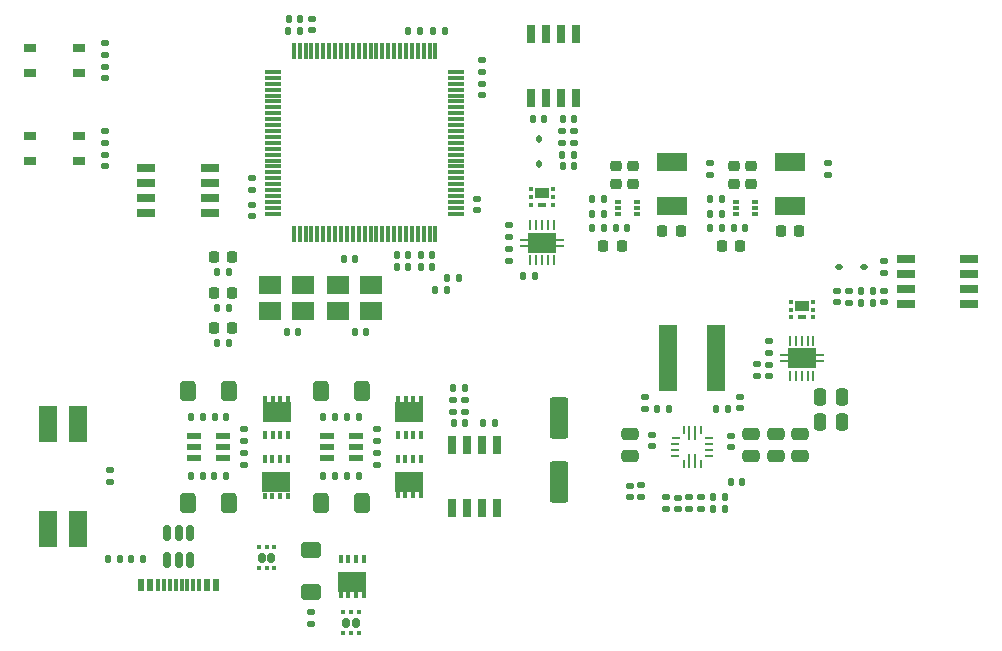
<source format=gbr>
%TF.GenerationSoftware,KiCad,Pcbnew,7.0.1*%
%TF.CreationDate,2023-07-17T00:50:59+01:00*%
%TF.ProjectId,Power Board,506f7765-7220-4426-9f61-72642e6b6963,rev?*%
%TF.SameCoordinates,Original*%
%TF.FileFunction,Paste,Top*%
%TF.FilePolarity,Positive*%
%FSLAX46Y46*%
G04 Gerber Fmt 4.6, Leading zero omitted, Abs format (unit mm)*
G04 Created by KiCad (PCBNEW 7.0.1) date 2023-07-17 00:50:59*
%MOMM*%
%LPD*%
G01*
G04 APERTURE LIST*
G04 Aperture macros list*
%AMRoundRect*
0 Rectangle with rounded corners*
0 $1 Rounding radius*
0 $2 $3 $4 $5 $6 $7 $8 $9 X,Y pos of 4 corners*
0 Add a 4 corners polygon primitive as box body*
4,1,4,$2,$3,$4,$5,$6,$7,$8,$9,$2,$3,0*
0 Add four circle primitives for the rounded corners*
1,1,$1+$1,$2,$3*
1,1,$1+$1,$4,$5*
1,1,$1+$1,$6,$7*
1,1,$1+$1,$8,$9*
0 Add four rect primitives between the rounded corners*
20,1,$1+$1,$2,$3,$4,$5,0*
20,1,$1+$1,$4,$5,$6,$7,0*
20,1,$1+$1,$6,$7,$8,$9,0*
20,1,$1+$1,$8,$9,$2,$3,0*%
%AMFreePoly0*
4,1,21,-0.140000,1.193800,0.140000,1.193800,0.140000,1.893800,0.360000,1.893800,0.360000,1.193800,0.825500,1.193800,0.825500,-1.193800,0.360000,-1.194200,0.360000,-1.894200,0.140000,-1.894200,0.140000,-1.194200,-0.140000,-1.194200,-0.140000,-1.894200,-0.360000,-1.894200,-0.360000,-1.194200,-0.825500,-1.193800,-0.825500,1.193800,-0.360000,1.193800,-0.360000,1.893800,-0.140000,1.893800,
-0.140000,1.193800,-0.140000,1.193800,$1*%
G04 Aperture macros list end*
%ADD10R,1.200000X0.600000*%
%ADD11RoundRect,0.135000X0.135000X0.185000X-0.135000X0.185000X-0.135000X-0.185000X0.135000X-0.185000X0*%
%ADD12R,0.425000X0.400000*%
%ADD13R,1.150000X0.950000*%
%ADD14R,0.750000X0.300000*%
%ADD15RoundRect,0.135000X0.185000X-0.135000X0.185000X0.135000X-0.185000X0.135000X-0.185000X-0.135000X0*%
%ADD16RoundRect,0.140000X-0.140000X-0.170000X0.140000X-0.170000X0.140000X0.170000X-0.140000X0.170000X0*%
%ADD17RoundRect,0.225000X-0.250000X0.225000X-0.250000X-0.225000X0.250000X-0.225000X0.250000X0.225000X0*%
%ADD18RoundRect,0.140000X-0.170000X0.140000X-0.170000X-0.140000X0.170000X-0.140000X0.170000X0.140000X0*%
%ADD19RoundRect,0.250000X-0.475000X0.250000X-0.475000X-0.250000X0.475000X-0.250000X0.475000X0.250000X0*%
%ADD20R,1.950000X1.650000*%
%ADD21RoundRect,0.250000X-0.600000X0.400000X-0.600000X-0.400000X0.600000X-0.400000X0.600000X0.400000X0*%
%ADD22RoundRect,0.250000X-0.250000X-0.475000X0.250000X-0.475000X0.250000X0.475000X-0.250000X0.475000X0*%
%ADD23RoundRect,0.140000X0.140000X0.170000X-0.140000X0.170000X-0.140000X-0.170000X0.140000X-0.170000X0*%
%ADD24RoundRect,0.218750X-0.218750X-0.256250X0.218750X-0.256250X0.218750X0.256250X-0.218750X0.256250X0*%
%ADD25RoundRect,0.135000X-0.135000X-0.185000X0.135000X-0.185000X0.135000X0.185000X-0.135000X0.185000X0*%
%ADD26RoundRect,0.160000X0.160000X-0.245000X0.160000X0.245000X-0.160000X0.245000X-0.160000X-0.245000X0*%
%ADD27RoundRect,0.093750X0.106250X-0.093750X0.106250X0.093750X-0.106250X0.093750X-0.106250X-0.093750X0*%
%ADD28R,1.600000X3.100000*%
%ADD29R,2.500000X1.500000*%
%ADD30RoundRect,0.135000X-0.185000X0.135000X-0.185000X-0.135000X0.185000X-0.135000X0.185000X0.135000X0*%
%ADD31R,0.420000X0.700000*%
%ADD32R,0.420000X0.540000*%
%ADD33R,2.370000X1.710000*%
%ADD34RoundRect,0.140000X0.170000X-0.140000X0.170000X0.140000X-0.170000X0.140000X-0.170000X-0.140000X0*%
%ADD35RoundRect,0.225000X0.225000X0.250000X-0.225000X0.250000X-0.225000X-0.250000X0.225000X-0.250000X0*%
%ADD36R,0.279400X0.838200*%
%ADD37FreePoly0,90.000000*%
%ADD38R,1.050000X0.650000*%
%ADD39R,0.650000X1.500000*%
%ADD40R,1.500000X0.650000*%
%ADD41RoundRect,0.150000X-0.150000X0.512500X-0.150000X-0.512500X0.150000X-0.512500X0.150000X0.512500X0*%
%ADD42RoundRect,0.250000X-0.550000X1.500000X-0.550000X-1.500000X0.550000X-1.500000X0.550000X1.500000X0*%
%ADD43R,0.475000X0.300000*%
%ADD44R,0.300000X1.475000*%
%ADD45R,1.475000X0.300000*%
%ADD46R,1.550000X5.600000*%
%ADD47R,0.600000X1.140000*%
%ADD48R,0.300000X1.140000*%
%ADD49RoundRect,0.250000X0.400000X0.600000X-0.400000X0.600000X-0.400000X-0.600000X0.400000X-0.600000X0*%
%ADD50RoundRect,0.112500X0.112500X-0.187500X0.112500X0.187500X-0.112500X0.187500X-0.112500X-0.187500X0*%
%ADD51R,0.800000X0.250000*%
%ADD52R,0.700000X0.250000*%
%ADD53R,0.250000X0.700000*%
%ADD54R,0.250000X1.200000*%
%ADD55RoundRect,0.112500X-0.187500X-0.112500X0.187500X-0.112500X0.187500X0.112500X-0.187500X0.112500X0*%
G04 APERTURE END LIST*
D10*
%TO.C,IC208*%
X125525000Y-113050000D03*
X125525000Y-114000000D03*
X125525000Y-114950000D03*
X128025000Y-114950000D03*
X128025000Y-114000000D03*
X128025000Y-113050000D03*
%TD*%
D11*
%TO.C,R312*%
X121260000Y-123500000D03*
X120240000Y-123500000D03*
%TD*%
D12*
%TO.C,Q207*%
X176062001Y-101724999D03*
X176062001Y-102374999D03*
X176062001Y-103024999D03*
X177938001Y-103024999D03*
X177938001Y-102374999D03*
X177938001Y-101724999D03*
D13*
X177000001Y-102049999D03*
D14*
X177000001Y-103024999D03*
%TD*%
D15*
%TO.C,R302*%
X118000000Y-88250000D03*
X118000000Y-87230000D03*
%TD*%
D16*
%TO.C,C308*%
X144750000Y-98750000D03*
X145710000Y-98750000D03*
%TD*%
D17*
%TO.C,C228*%
X171250000Y-90225000D03*
X171250000Y-91775000D03*
%TD*%
D18*
%TO.C,C212*%
X166500000Y-118290000D03*
X166500000Y-119250000D03*
%TD*%
D19*
%TO.C,C227*%
X176900000Y-112900000D03*
X176900000Y-114800000D03*
%TD*%
D20*
%TO.C,X302*%
X132025000Y-102500000D03*
X134775000Y-102500000D03*
X134775000Y-100300000D03*
X132025000Y-100300000D03*
%TD*%
D21*
%TO.C,D205*%
X135500000Y-122750000D03*
X135500000Y-126250000D03*
%TD*%
D22*
%TO.C,C222*%
X178550000Y-109800000D03*
X180450000Y-109800000D03*
%TD*%
D23*
%TO.C,C313*%
X139210000Y-98100000D03*
X138250000Y-98100000D03*
%TD*%
%TO.C,C219*%
X170230000Y-93000000D03*
X169270000Y-93000000D03*
%TD*%
D24*
%TO.C,D206*%
X165212500Y-95750000D03*
X166787500Y-95750000D03*
%TD*%
D25*
%TO.C,R237*%
X156740000Y-89250000D03*
X157760000Y-89250000D03*
%TD*%
D16*
%TO.C,C205*%
X147545000Y-112000000D03*
X148505000Y-112000000D03*
%TD*%
D15*
%TO.C,R211*%
X141025000Y-115510000D03*
X141025000Y-114490000D03*
%TD*%
D24*
%TO.C,D301*%
X127212500Y-100950000D03*
X128787500Y-100950000D03*
%TD*%
D26*
%TO.C,U203*%
X138450000Y-128887500D03*
X139250000Y-128887500D03*
D27*
X138200000Y-129775000D03*
X138850000Y-129775000D03*
X139500000Y-129775000D03*
X139500000Y-128000000D03*
X138850000Y-128000000D03*
X138200000Y-128000000D03*
%TD*%
D28*
%TO.C,SW301*%
X113230000Y-120945000D03*
X115770000Y-120945000D03*
X115770000Y-112055000D03*
X113230000Y-112055000D03*
%TD*%
D11*
%TO.C,R309*%
X128510000Y-105200000D03*
X127490000Y-105200000D03*
%TD*%
D29*
%TO.C,L202*%
X176000000Y-93600000D03*
X176000000Y-89900000D03*
%TD*%
D25*
%TO.C,R225*%
X169220000Y-95500000D03*
X170240000Y-95500000D03*
%TD*%
D30*
%TO.C,R202*%
X181000000Y-100764999D03*
X181000000Y-101784999D03*
%TD*%
D31*
%TO.C,Q202*%
X133500000Y-115045000D03*
X132850000Y-115045000D03*
X132200000Y-115045000D03*
X131550000Y-115045000D03*
D32*
X131550000Y-118125000D03*
X132200000Y-118125000D03*
X132850000Y-118125000D03*
X133500000Y-118125000D03*
D33*
X132525000Y-117000000D03*
%TD*%
D30*
%TO.C,R213*%
X147525000Y-109990000D03*
X147525000Y-111010000D03*
%TD*%
D23*
%TO.C,C215*%
X172230000Y-95500000D03*
X171270000Y-95500000D03*
%TD*%
D19*
%TO.C,C223*%
X172700000Y-112890000D03*
X172700000Y-114790000D03*
%TD*%
D34*
%TO.C,C201*%
X184000000Y-101754999D03*
X184000000Y-100794999D03*
%TD*%
D15*
%TO.C,R217*%
X163440000Y-118260000D03*
X163440000Y-117240000D03*
%TD*%
D16*
%TO.C,C231*%
X127295000Y-111500000D03*
X128255000Y-111500000D03*
%TD*%
D11*
%TO.C,R231*%
X126285000Y-116500000D03*
X125265000Y-116500000D03*
%TD*%
D15*
%TO.C,R216*%
X165500000Y-119280000D03*
X165500000Y-118260000D03*
%TD*%
D34*
%TO.C,C218*%
X171750000Y-110730000D03*
X171750000Y-109770000D03*
%TD*%
D35*
%TO.C,C214*%
X161775000Y-97000000D03*
X160225000Y-97000000D03*
%TD*%
D16*
%TO.C,C206*%
X150045000Y-112000000D03*
X151005000Y-112000000D03*
%TD*%
D30*
%TO.C,R212*%
X174250001Y-105014999D03*
X174250001Y-106034999D03*
%TD*%
D26*
%TO.C,U303*%
X131300000Y-123387500D03*
X132100000Y-123387500D03*
D27*
X131050000Y-124275000D03*
X131700000Y-124275000D03*
X132350000Y-124275000D03*
X132350000Y-122500000D03*
X131700000Y-122500000D03*
X131050000Y-122500000D03*
%TD*%
D17*
%TO.C,C224*%
X172750000Y-90225000D03*
X172750000Y-91775000D03*
%TD*%
D11*
%TO.C,R305*%
X146810000Y-78750000D03*
X145790000Y-78750000D03*
%TD*%
D36*
%TO.C,U202*%
X175999999Y-107975001D03*
X176500001Y-107975001D03*
X177000000Y-107975001D03*
X177499999Y-107975001D03*
X178000001Y-107975001D03*
X178000001Y-105024999D03*
X177499999Y-105024999D03*
X177000000Y-105024999D03*
X176500001Y-105024999D03*
X175999999Y-105024999D03*
D37*
X176993800Y-106500000D03*
%TD*%
D38*
%TO.C,S302*%
X111675000Y-80195000D03*
X115825000Y-80195000D03*
X111675000Y-82345000D03*
X115825000Y-82345000D03*
%TD*%
D35*
%TO.C,C213*%
X171775000Y-97000000D03*
X170225000Y-97000000D03*
%TD*%
D16*
%TO.C,C203*%
X138545000Y-111500000D03*
X139505000Y-111500000D03*
%TD*%
D25*
%TO.C,R201*%
X181990000Y-101774999D03*
X183010000Y-101774999D03*
%TD*%
D39*
%TO.C,IC204*%
X147370000Y-119200000D03*
X148640000Y-119200000D03*
X149910000Y-119200000D03*
X151180000Y-119200000D03*
X151180000Y-113800000D03*
X149910000Y-113800000D03*
X148640000Y-113800000D03*
X147370000Y-113800000D03*
%TD*%
D16*
%TO.C,C307*%
X144750000Y-97750000D03*
X145710000Y-97750000D03*
%TD*%
D34*
%TO.C,C204*%
X152187999Y-98230000D03*
X152187999Y-97270000D03*
%TD*%
D40*
%TO.C,IC302*%
X126900000Y-94205000D03*
X126900000Y-92935000D03*
X126900000Y-91665000D03*
X126900000Y-90395000D03*
X121500000Y-90395000D03*
X121500000Y-91665000D03*
X121500000Y-92935000D03*
X121500000Y-94205000D03*
%TD*%
D30*
%TO.C,R229*%
X169250000Y-89990000D03*
X169250000Y-91010000D03*
%TD*%
D25*
%TO.C,R311*%
X147011254Y-99710937D03*
X148031254Y-99710937D03*
%TD*%
D15*
%TO.C,R235*%
X129775000Y-115510000D03*
X129775000Y-114490000D03*
%TD*%
D18*
%TO.C,C311*%
X149900000Y-81270000D03*
X149900000Y-82230000D03*
%TD*%
D23*
%TO.C,C211*%
X171980000Y-117000000D03*
X171020000Y-117000000D03*
%TD*%
D25*
%TO.C,R232*%
X125265000Y-111500000D03*
X126285000Y-111500000D03*
%TD*%
D18*
%TO.C,C310*%
X149500000Y-93020000D03*
X149500000Y-93980000D03*
%TD*%
D30*
%TO.C,R228*%
X179250000Y-89990000D03*
X179250000Y-91010000D03*
%TD*%
D11*
%TO.C,R230*%
X139535000Y-116500000D03*
X138515000Y-116500000D03*
%TD*%
%TO.C,R204*%
X137535000Y-116500000D03*
X136515000Y-116500000D03*
%TD*%
D41*
%TO.C,U302*%
X125200000Y-121262500D03*
X124250000Y-121262500D03*
X123300000Y-121262500D03*
X123300000Y-123537500D03*
X124250000Y-123537500D03*
X125200000Y-123537500D03*
%TD*%
D18*
%TO.C,C304*%
X118000000Y-81790000D03*
X118000000Y-82750000D03*
%TD*%
D42*
%TO.C,C207*%
X156500000Y-111550000D03*
X156500000Y-116950000D03*
%TD*%
D43*
%TO.C,IC207*%
X163088000Y-94250000D03*
X163088000Y-93750000D03*
X163088000Y-93250000D03*
X161412000Y-93250000D03*
X161412000Y-93750000D03*
X161412000Y-94250000D03*
%TD*%
D34*
%TO.C,C309*%
X149900000Y-84230000D03*
X149900000Y-83270000D03*
%TD*%
D24*
%TO.C,D202*%
X175212500Y-95750000D03*
X176787500Y-95750000D03*
%TD*%
D44*
%TO.C,IC301*%
X134000000Y-95988000D03*
X134500000Y-95988000D03*
X135000000Y-95988000D03*
X135500000Y-95988000D03*
X136000000Y-95988000D03*
X136500000Y-95988000D03*
X137000000Y-95988000D03*
X137500000Y-95988000D03*
X138000000Y-95988000D03*
X138500000Y-95988000D03*
X139000000Y-95988000D03*
X139500000Y-95988000D03*
X140000000Y-95988000D03*
X140500000Y-95988000D03*
X141000000Y-95988000D03*
X141500000Y-95988000D03*
X142000000Y-95988000D03*
X142500000Y-95988000D03*
X143000000Y-95988000D03*
X143500000Y-95988000D03*
X144000000Y-95988000D03*
X144500000Y-95988000D03*
X145000000Y-95988000D03*
X145500000Y-95988000D03*
X146000000Y-95988000D03*
D45*
X147738000Y-94250000D03*
X147738000Y-93750000D03*
X147738000Y-93250000D03*
X147738000Y-92750000D03*
X147738000Y-92250000D03*
X147738000Y-91750000D03*
X147738000Y-91250000D03*
X147738000Y-90750000D03*
X147738000Y-90250000D03*
X147738000Y-89750000D03*
X147738000Y-89250000D03*
X147738000Y-88750000D03*
X147738000Y-88250000D03*
X147738000Y-87750000D03*
X147738000Y-87250000D03*
X147738000Y-86750000D03*
X147738000Y-86250000D03*
X147738000Y-85750000D03*
X147738000Y-85250000D03*
X147738000Y-84750000D03*
X147738000Y-84250000D03*
X147738000Y-83750000D03*
X147738000Y-83250000D03*
X147738000Y-82750000D03*
X147738000Y-82250000D03*
D44*
X146000000Y-80512000D03*
X145500000Y-80512000D03*
X145000000Y-80512000D03*
X144500000Y-80512000D03*
X144000000Y-80512000D03*
X143500000Y-80512000D03*
X143000000Y-80512000D03*
X142500000Y-80512000D03*
X142000000Y-80512000D03*
X141500000Y-80512000D03*
X141000000Y-80512000D03*
X140500000Y-80512000D03*
X140000000Y-80512000D03*
X139500000Y-80512000D03*
X139000000Y-80512000D03*
X138500000Y-80512000D03*
X138000000Y-80512000D03*
X137500000Y-80512000D03*
X137000000Y-80512000D03*
X136500000Y-80512000D03*
X136000000Y-80512000D03*
X135500000Y-80512000D03*
X135000000Y-80512000D03*
X134500000Y-80512000D03*
X134000000Y-80512000D03*
D45*
X132262000Y-82250000D03*
X132262000Y-82750000D03*
X132262000Y-83250000D03*
X132262000Y-83750000D03*
X132262000Y-84250000D03*
X132262000Y-84750000D03*
X132262000Y-85250000D03*
X132262000Y-85750000D03*
X132262000Y-86250000D03*
X132262000Y-86750000D03*
X132262000Y-87250000D03*
X132262000Y-87750000D03*
X132262000Y-88250000D03*
X132262000Y-88750000D03*
X132262000Y-89250000D03*
X132262000Y-89750000D03*
X132262000Y-90250000D03*
X132262000Y-90750000D03*
X132262000Y-91250000D03*
X132262000Y-91750000D03*
X132262000Y-92250000D03*
X132262000Y-92750000D03*
X132262000Y-93250000D03*
X132262000Y-93750000D03*
X132262000Y-94250000D03*
%TD*%
D10*
%TO.C,IC202*%
X136775000Y-113050000D03*
X136775000Y-114000000D03*
X136775000Y-114950000D03*
X139275000Y-114950000D03*
X139275000Y-114000000D03*
X139275000Y-113050000D03*
%TD*%
D16*
%TO.C,C315*%
X133540000Y-78750000D03*
X134500000Y-78750000D03*
%TD*%
D30*
%TO.C,R301*%
X118450000Y-115940000D03*
X118450000Y-116960000D03*
%TD*%
D23*
%TO.C,C220*%
X160230000Y-93000000D03*
X159270000Y-93000000D03*
%TD*%
D38*
%TO.C,S301*%
X111675000Y-87675000D03*
X115825000Y-87675000D03*
X111675000Y-89825000D03*
X115825000Y-89825000D03*
%TD*%
D46*
%TO.C,L201*%
X165725000Y-106500000D03*
X169775000Y-106500000D03*
%TD*%
D15*
%TO.C,R236*%
X157750000Y-88260000D03*
X157750000Y-87240000D03*
%TD*%
D47*
%TO.C,J302*%
X121050000Y-125662500D03*
X121850000Y-125662500D03*
D48*
X123000000Y-125662500D03*
X124000000Y-125662500D03*
X124500000Y-125662500D03*
X125500000Y-125662500D03*
D47*
X127450000Y-125662500D03*
X126650000Y-125662500D03*
D48*
X126000000Y-125662500D03*
X125000000Y-125662500D03*
X123500000Y-125662500D03*
X122500000Y-125662500D03*
%TD*%
D25*
%TO.C,R310*%
X145990000Y-100750000D03*
X147010000Y-100750000D03*
%TD*%
D20*
%TO.C,X301*%
X137775000Y-102500000D03*
X140525000Y-102500000D03*
X140525000Y-100300000D03*
X137775000Y-100300000D03*
%TD*%
D30*
%TO.C,R208*%
X141025000Y-112490000D03*
X141025000Y-113510000D03*
%TD*%
D36*
%TO.C,U201*%
X153999999Y-98200002D03*
X154500001Y-98200002D03*
X155000000Y-98200002D03*
X155499999Y-98200002D03*
X156000001Y-98200002D03*
X156000001Y-95250000D03*
X155499999Y-95250000D03*
X155000000Y-95250000D03*
X154500001Y-95250000D03*
X153999999Y-95250000D03*
D37*
X154993800Y-96725001D03*
%TD*%
D17*
%TO.C,C229*%
X162750000Y-90225000D03*
X162750000Y-91775000D03*
%TD*%
D15*
%TO.C,R209*%
X173250000Y-108010000D03*
X173250000Y-106990000D03*
%TD*%
D25*
%TO.C,R206*%
X136515000Y-111500000D03*
X137535000Y-111500000D03*
%TD*%
D24*
%TO.C,D303*%
X127212500Y-103950000D03*
X128787500Y-103950000D03*
%TD*%
D31*
%TO.C,Q203*%
X144750000Y-115000000D03*
X144100000Y-115000000D03*
X143450000Y-115000000D03*
X142800000Y-115000000D03*
D32*
X142800000Y-118080000D03*
X143450000Y-118080000D03*
X144100000Y-118080000D03*
X144750000Y-118080000D03*
D33*
X143775000Y-116955000D03*
%TD*%
D11*
%TO.C,R207*%
X154447999Y-99500000D03*
X153427999Y-99500000D03*
%TD*%
%TO.C,R313*%
X119260000Y-123500000D03*
X118240000Y-123500000D03*
%TD*%
D31*
%TO.C,Q204*%
X131575000Y-113000000D03*
X132225000Y-113000000D03*
X132875000Y-113000000D03*
X133525000Y-113000000D03*
D32*
X133525000Y-109920000D03*
X132875000Y-109920000D03*
X132225000Y-109920000D03*
X131575000Y-109920000D03*
D33*
X132550000Y-111045000D03*
%TD*%
D49*
%TO.C,D201*%
X139775000Y-118750000D03*
X136275000Y-118750000D03*
%TD*%
D22*
%TO.C,C226*%
X178550000Y-111850000D03*
X180450000Y-111850000D03*
%TD*%
D39*
%TO.C,IC203*%
X157905000Y-79050000D03*
X156635000Y-79050000D03*
X155365000Y-79050000D03*
X154095000Y-79050000D03*
X154095000Y-84450000D03*
X155365000Y-84450000D03*
X156635000Y-84450000D03*
X157905000Y-84450000D03*
%TD*%
D31*
%TO.C,Q205*%
X139925000Y-123494500D03*
X139275000Y-123494500D03*
X138625000Y-123494500D03*
X137975000Y-123494500D03*
D32*
X137975000Y-126574500D03*
X138625000Y-126574500D03*
X139275000Y-126574500D03*
X139925000Y-126574500D03*
D33*
X138950000Y-125449500D03*
%TD*%
D12*
%TO.C,Q206*%
X154061999Y-92200000D03*
X154061999Y-92850000D03*
X154061999Y-93500000D03*
X155937999Y-93500000D03*
X155937999Y-92850000D03*
X155937999Y-92200000D03*
D13*
X154999999Y-92525000D03*
D14*
X154999999Y-93500000D03*
%TD*%
D23*
%TO.C,C306*%
X143710000Y-98750000D03*
X142750000Y-98750000D03*
%TD*%
D11*
%TO.C,R307*%
X128510000Y-102200000D03*
X127490000Y-102200000D03*
%TD*%
D30*
%TO.C,R304*%
X130500000Y-91250000D03*
X130500000Y-92270000D03*
%TD*%
D23*
%TO.C,C305*%
X143710000Y-97750000D03*
X142750000Y-97750000D03*
%TD*%
D31*
%TO.C,Q201*%
X142825000Y-113000000D03*
X143475000Y-113000000D03*
X144125000Y-113000000D03*
X144775000Y-113000000D03*
D32*
X144775000Y-109920000D03*
X144125000Y-109920000D03*
X143475000Y-109920000D03*
X142825000Y-109920000D03*
D33*
X143800000Y-111045000D03*
%TD*%
D23*
%TO.C,C235*%
X157730000Y-86250000D03*
X156770000Y-86250000D03*
%TD*%
D34*
%TO.C,C202*%
X183999999Y-99230000D03*
X183999999Y-98270000D03*
%TD*%
D25*
%TO.C,R306*%
X143690000Y-78750000D03*
X144710000Y-78750000D03*
%TD*%
D49*
%TO.C,D209*%
X128525000Y-109250000D03*
X125025000Y-109250000D03*
%TD*%
%TO.C,D203*%
X139775000Y-109250000D03*
X136275000Y-109250000D03*
%TD*%
D25*
%TO.C,R219*%
X169490000Y-118270000D03*
X170510000Y-118270000D03*
%TD*%
D30*
%TO.C,R215*%
X148525000Y-109990000D03*
X148525000Y-111010000D03*
%TD*%
D15*
%TO.C,R303*%
X118000000Y-80780000D03*
X118000000Y-79760000D03*
%TD*%
D19*
%TO.C,C208*%
X162500000Y-112900000D03*
X162500000Y-114800000D03*
%TD*%
D11*
%TO.C,R221*%
X170760000Y-110750000D03*
X169740000Y-110750000D03*
%TD*%
D25*
%TO.C,R227*%
X159220000Y-95500000D03*
X160240000Y-95500000D03*
%TD*%
D34*
%TO.C,C210*%
X162440000Y-118230000D03*
X162440000Y-117270000D03*
%TD*%
D11*
%TO.C,R220*%
X165760000Y-110750000D03*
X164740000Y-110750000D03*
%TD*%
D29*
%TO.C,L203*%
X166000000Y-93600000D03*
X166000000Y-89900000D03*
%TD*%
D16*
%TO.C,C316*%
X133560000Y-77750000D03*
X134520000Y-77750000D03*
%TD*%
D34*
%TO.C,C233*%
X174250001Y-108004999D03*
X174250001Y-107044999D03*
%TD*%
D50*
%TO.C,D210*%
X154750000Y-90050000D03*
X154750000Y-87950000D03*
%TD*%
D17*
%TO.C,C225*%
X161250000Y-90225000D03*
X161250000Y-91775000D03*
%TD*%
D23*
%TO.C,C238*%
X157730000Y-90250000D03*
X156770000Y-90250000D03*
%TD*%
D51*
%TO.C,IC205*%
X166350000Y-113250000D03*
D52*
X166300000Y-113750000D03*
X166300000Y-114250000D03*
X166300000Y-114750000D03*
D53*
X167000000Y-115450000D03*
D54*
X167500000Y-115200000D03*
X168000000Y-115200000D03*
D53*
X168500000Y-115450000D03*
D52*
X169200000Y-114750000D03*
X169200000Y-114250000D03*
X169200000Y-113750000D03*
X169200000Y-113250000D03*
D53*
X168500000Y-112550000D03*
D54*
X168000000Y-112800000D03*
X167500000Y-112800000D03*
D53*
X167000000Y-112550000D03*
%TD*%
D55*
%TO.C,D204*%
X180199999Y-98750000D03*
X182299999Y-98750000D03*
%TD*%
D18*
%TO.C,C303*%
X118000000Y-89270000D03*
X118000000Y-90230000D03*
%TD*%
D23*
%TO.C,C236*%
X155230000Y-86250000D03*
X154270000Y-86250000D03*
%TD*%
D19*
%TO.C,C230*%
X174800000Y-112900000D03*
X174800000Y-114800000D03*
%TD*%
D25*
%TO.C,R203*%
X181990000Y-100774999D03*
X183010000Y-100774999D03*
%TD*%
D34*
%TO.C,C209*%
X164300000Y-113930000D03*
X164300000Y-112970000D03*
%TD*%
%TO.C,C314*%
X130500000Y-94480000D03*
X130500000Y-93520000D03*
%TD*%
D11*
%TO.C,R214*%
X148535000Y-109000000D03*
X147515000Y-109000000D03*
%TD*%
D34*
%TO.C,C237*%
X180000000Y-101754999D03*
X180000000Y-100794999D03*
%TD*%
D25*
%TO.C,R224*%
X169240000Y-94250000D03*
X170260000Y-94250000D03*
%TD*%
D23*
%TO.C,C216*%
X162230000Y-95500000D03*
X161270000Y-95500000D03*
%TD*%
D30*
%TO.C,R223*%
X168500000Y-118260000D03*
X168500000Y-119280000D03*
%TD*%
D40*
%TO.C,IC201*%
X191200000Y-101905000D03*
X191200000Y-100635000D03*
X191200000Y-99365000D03*
X191200000Y-98095000D03*
X185800000Y-98095000D03*
X185800000Y-99365000D03*
X185800000Y-100635000D03*
X185800000Y-101905000D03*
%TD*%
D11*
%TO.C,R233*%
X128285000Y-116500000D03*
X127265000Y-116500000D03*
%TD*%
D18*
%TO.C,C221*%
X171000000Y-113070000D03*
X171000000Y-114030000D03*
%TD*%
D43*
%TO.C,IC206*%
X173088000Y-94250000D03*
X173088000Y-93750000D03*
X173088000Y-93250000D03*
X171412000Y-93250000D03*
X171412000Y-93750000D03*
X171412000Y-94250000D03*
%TD*%
D23*
%TO.C,C302*%
X140130000Y-104300000D03*
X139170000Y-104300000D03*
%TD*%
D16*
%TO.C,C301*%
X133420000Y-104300000D03*
X134380000Y-104300000D03*
%TD*%
D34*
%TO.C,C312*%
X135540000Y-78730000D03*
X135540000Y-77770000D03*
%TD*%
D30*
%TO.C,R210*%
X135500000Y-127990000D03*
X135500000Y-129010000D03*
%TD*%
D11*
%TO.C,R308*%
X128510000Y-99200000D03*
X127490000Y-99200000D03*
%TD*%
D25*
%TO.C,R226*%
X159240000Y-94250000D03*
X160260000Y-94250000D03*
%TD*%
D24*
%TO.C,D302*%
X127212500Y-97950000D03*
X128787500Y-97950000D03*
%TD*%
D49*
%TO.C,D208*%
X128525000Y-118750000D03*
X125025000Y-118750000D03*
%TD*%
D15*
%TO.C,R238*%
X156750000Y-88260000D03*
X156750000Y-87240000D03*
%TD*%
D30*
%TO.C,R234*%
X129775000Y-112490000D03*
X129775000Y-113510000D03*
%TD*%
%TO.C,R205*%
X152187999Y-95240000D03*
X152187999Y-96260000D03*
%TD*%
%TO.C,R218*%
X167500000Y-118240000D03*
X167500000Y-119260000D03*
%TD*%
D11*
%TO.C,R222*%
X170510000Y-119270000D03*
X169490000Y-119270000D03*
%TD*%
D18*
%TO.C,C217*%
X163750000Y-109790000D03*
X163750000Y-110750000D03*
%TD*%
M02*

</source>
